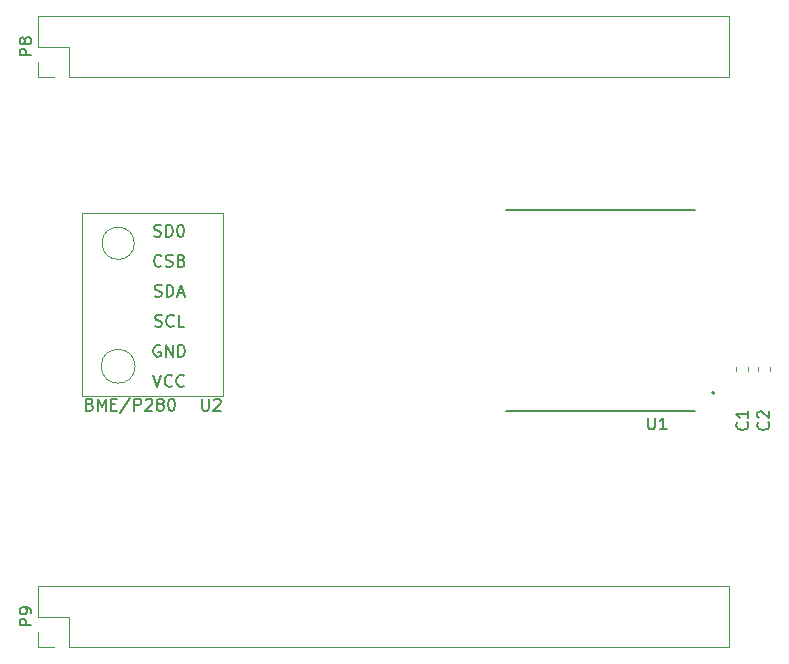
<source format=gbr>
%TF.GenerationSoftware,KiCad,Pcbnew,7.0.9*%
%TF.CreationDate,2024-01-08T18:42:38+01:00*%
%TF.ProjectId,BeaglebonePCBma_yC,42656167-6c65-4626-9f6e-655043426d61,rev?*%
%TF.SameCoordinates,Original*%
%TF.FileFunction,Legend,Top*%
%TF.FilePolarity,Positive*%
%FSLAX46Y46*%
G04 Gerber Fmt 4.6, Leading zero omitted, Abs format (unit mm)*
G04 Created by KiCad (PCBNEW 7.0.9) date 2024-01-08 18:42:38*
%MOMM*%
%LPD*%
G01*
G04 APERTURE LIST*
%ADD10C,0.150000*%
%ADD11C,0.120000*%
%ADD12C,0.127000*%
%ADD13C,0.200000*%
G04 APERTURE END LIST*
D10*
X117809819Y-49303094D02*
X116809819Y-49303094D01*
X116809819Y-49303094D02*
X116809819Y-48922142D01*
X116809819Y-48922142D02*
X116857438Y-48826904D01*
X116857438Y-48826904D02*
X116905057Y-48779285D01*
X116905057Y-48779285D02*
X117000295Y-48731666D01*
X117000295Y-48731666D02*
X117143152Y-48731666D01*
X117143152Y-48731666D02*
X117238390Y-48779285D01*
X117238390Y-48779285D02*
X117286009Y-48826904D01*
X117286009Y-48826904D02*
X117333628Y-48922142D01*
X117333628Y-48922142D02*
X117333628Y-49303094D01*
X117238390Y-48160237D02*
X117190771Y-48255475D01*
X117190771Y-48255475D02*
X117143152Y-48303094D01*
X117143152Y-48303094D02*
X117047914Y-48350713D01*
X117047914Y-48350713D02*
X117000295Y-48350713D01*
X117000295Y-48350713D02*
X116905057Y-48303094D01*
X116905057Y-48303094D02*
X116857438Y-48255475D01*
X116857438Y-48255475D02*
X116809819Y-48160237D01*
X116809819Y-48160237D02*
X116809819Y-47969761D01*
X116809819Y-47969761D02*
X116857438Y-47874523D01*
X116857438Y-47874523D02*
X116905057Y-47826904D01*
X116905057Y-47826904D02*
X117000295Y-47779285D01*
X117000295Y-47779285D02*
X117047914Y-47779285D01*
X117047914Y-47779285D02*
X117143152Y-47826904D01*
X117143152Y-47826904D02*
X117190771Y-47874523D01*
X117190771Y-47874523D02*
X117238390Y-47969761D01*
X117238390Y-47969761D02*
X117238390Y-48160237D01*
X117238390Y-48160237D02*
X117286009Y-48255475D01*
X117286009Y-48255475D02*
X117333628Y-48303094D01*
X117333628Y-48303094D02*
X117428866Y-48350713D01*
X117428866Y-48350713D02*
X117619342Y-48350713D01*
X117619342Y-48350713D02*
X117714580Y-48303094D01*
X117714580Y-48303094D02*
X117762200Y-48255475D01*
X117762200Y-48255475D02*
X117809819Y-48160237D01*
X117809819Y-48160237D02*
X117809819Y-47969761D01*
X117809819Y-47969761D02*
X117762200Y-47874523D01*
X117762200Y-47874523D02*
X117714580Y-47826904D01*
X117714580Y-47826904D02*
X117619342Y-47779285D01*
X117619342Y-47779285D02*
X117428866Y-47779285D01*
X117428866Y-47779285D02*
X117333628Y-47826904D01*
X117333628Y-47826904D02*
X117286009Y-47874523D01*
X117286009Y-47874523D02*
X117238390Y-47969761D01*
X117809819Y-97563094D02*
X116809819Y-97563094D01*
X116809819Y-97563094D02*
X116809819Y-97182142D01*
X116809819Y-97182142D02*
X116857438Y-97086904D01*
X116857438Y-97086904D02*
X116905057Y-97039285D01*
X116905057Y-97039285D02*
X117000295Y-96991666D01*
X117000295Y-96991666D02*
X117143152Y-96991666D01*
X117143152Y-96991666D02*
X117238390Y-97039285D01*
X117238390Y-97039285D02*
X117286009Y-97086904D01*
X117286009Y-97086904D02*
X117333628Y-97182142D01*
X117333628Y-97182142D02*
X117333628Y-97563094D01*
X117809819Y-96515475D02*
X117809819Y-96324999D01*
X117809819Y-96324999D02*
X117762200Y-96229761D01*
X117762200Y-96229761D02*
X117714580Y-96182142D01*
X117714580Y-96182142D02*
X117571723Y-96086904D01*
X117571723Y-96086904D02*
X117381247Y-96039285D01*
X117381247Y-96039285D02*
X117000295Y-96039285D01*
X117000295Y-96039285D02*
X116905057Y-96086904D01*
X116905057Y-96086904D02*
X116857438Y-96134523D01*
X116857438Y-96134523D02*
X116809819Y-96229761D01*
X116809819Y-96229761D02*
X116809819Y-96420237D01*
X116809819Y-96420237D02*
X116857438Y-96515475D01*
X116857438Y-96515475D02*
X116905057Y-96563094D01*
X116905057Y-96563094D02*
X117000295Y-96610713D01*
X117000295Y-96610713D02*
X117238390Y-96610713D01*
X117238390Y-96610713D02*
X117333628Y-96563094D01*
X117333628Y-96563094D02*
X117381247Y-96515475D01*
X117381247Y-96515475D02*
X117428866Y-96420237D01*
X117428866Y-96420237D02*
X117428866Y-96229761D01*
X117428866Y-96229761D02*
X117381247Y-96134523D01*
X117381247Y-96134523D02*
X117333628Y-96086904D01*
X117333628Y-96086904D02*
X117238390Y-96039285D01*
X178404580Y-80366666D02*
X178452200Y-80414285D01*
X178452200Y-80414285D02*
X178499819Y-80557142D01*
X178499819Y-80557142D02*
X178499819Y-80652380D01*
X178499819Y-80652380D02*
X178452200Y-80795237D01*
X178452200Y-80795237D02*
X178356961Y-80890475D01*
X178356961Y-80890475D02*
X178261723Y-80938094D01*
X178261723Y-80938094D02*
X178071247Y-80985713D01*
X178071247Y-80985713D02*
X177928390Y-80985713D01*
X177928390Y-80985713D02*
X177737914Y-80938094D01*
X177737914Y-80938094D02*
X177642676Y-80890475D01*
X177642676Y-80890475D02*
X177547438Y-80795237D01*
X177547438Y-80795237D02*
X177499819Y-80652380D01*
X177499819Y-80652380D02*
X177499819Y-80557142D01*
X177499819Y-80557142D02*
X177547438Y-80414285D01*
X177547438Y-80414285D02*
X177595057Y-80366666D01*
X178499819Y-79414285D02*
X178499819Y-79985713D01*
X178499819Y-79699999D02*
X177499819Y-79699999D01*
X177499819Y-79699999D02*
X177642676Y-79795237D01*
X177642676Y-79795237D02*
X177737914Y-79890475D01*
X177737914Y-79890475D02*
X177785533Y-79985713D01*
X170023095Y-79959819D02*
X170023095Y-80769342D01*
X170023095Y-80769342D02*
X170070714Y-80864580D01*
X170070714Y-80864580D02*
X170118333Y-80912200D01*
X170118333Y-80912200D02*
X170213571Y-80959819D01*
X170213571Y-80959819D02*
X170404047Y-80959819D01*
X170404047Y-80959819D02*
X170499285Y-80912200D01*
X170499285Y-80912200D02*
X170546904Y-80864580D01*
X170546904Y-80864580D02*
X170594523Y-80769342D01*
X170594523Y-80769342D02*
X170594523Y-79959819D01*
X171594523Y-80959819D02*
X171023095Y-80959819D01*
X171308809Y-80959819D02*
X171308809Y-79959819D01*
X171308809Y-79959819D02*
X171213571Y-80102676D01*
X171213571Y-80102676D02*
X171118333Y-80197914D01*
X171118333Y-80197914D02*
X171023095Y-80245533D01*
X180174580Y-80366666D02*
X180222200Y-80414285D01*
X180222200Y-80414285D02*
X180269819Y-80557142D01*
X180269819Y-80557142D02*
X180269819Y-80652380D01*
X180269819Y-80652380D02*
X180222200Y-80795237D01*
X180222200Y-80795237D02*
X180126961Y-80890475D01*
X180126961Y-80890475D02*
X180031723Y-80938094D01*
X180031723Y-80938094D02*
X179841247Y-80985713D01*
X179841247Y-80985713D02*
X179698390Y-80985713D01*
X179698390Y-80985713D02*
X179507914Y-80938094D01*
X179507914Y-80938094D02*
X179412676Y-80890475D01*
X179412676Y-80890475D02*
X179317438Y-80795237D01*
X179317438Y-80795237D02*
X179269819Y-80652380D01*
X179269819Y-80652380D02*
X179269819Y-80557142D01*
X179269819Y-80557142D02*
X179317438Y-80414285D01*
X179317438Y-80414285D02*
X179365057Y-80366666D01*
X179365057Y-79985713D02*
X179317438Y-79938094D01*
X179317438Y-79938094D02*
X179269819Y-79842856D01*
X179269819Y-79842856D02*
X179269819Y-79604761D01*
X179269819Y-79604761D02*
X179317438Y-79509523D01*
X179317438Y-79509523D02*
X179365057Y-79461904D01*
X179365057Y-79461904D02*
X179460295Y-79414285D01*
X179460295Y-79414285D02*
X179555533Y-79414285D01*
X179555533Y-79414285D02*
X179698390Y-79461904D01*
X179698390Y-79461904D02*
X180269819Y-80033332D01*
X180269819Y-80033332D02*
X180269819Y-79414285D01*
X132258095Y-78372819D02*
X132258095Y-79182342D01*
X132258095Y-79182342D02*
X132305714Y-79277580D01*
X132305714Y-79277580D02*
X132353333Y-79325200D01*
X132353333Y-79325200D02*
X132448571Y-79372819D01*
X132448571Y-79372819D02*
X132639047Y-79372819D01*
X132639047Y-79372819D02*
X132734285Y-79325200D01*
X132734285Y-79325200D02*
X132781904Y-79277580D01*
X132781904Y-79277580D02*
X132829523Y-79182342D01*
X132829523Y-79182342D02*
X132829523Y-78372819D01*
X133258095Y-78468057D02*
X133305714Y-78420438D01*
X133305714Y-78420438D02*
X133400952Y-78372819D01*
X133400952Y-78372819D02*
X133639047Y-78372819D01*
X133639047Y-78372819D02*
X133734285Y-78420438D01*
X133734285Y-78420438D02*
X133781904Y-78468057D01*
X133781904Y-78468057D02*
X133829523Y-78563295D01*
X133829523Y-78563295D02*
X133829523Y-78658533D01*
X133829523Y-78658533D02*
X133781904Y-78801390D01*
X133781904Y-78801390D02*
X133210476Y-79372819D01*
X133210476Y-79372819D02*
X133829523Y-79372819D01*
X128702095Y-73848438D02*
X128606857Y-73800819D01*
X128606857Y-73800819D02*
X128464000Y-73800819D01*
X128464000Y-73800819D02*
X128321143Y-73848438D01*
X128321143Y-73848438D02*
X128225905Y-73943676D01*
X128225905Y-73943676D02*
X128178286Y-74038914D01*
X128178286Y-74038914D02*
X128130667Y-74229390D01*
X128130667Y-74229390D02*
X128130667Y-74372247D01*
X128130667Y-74372247D02*
X128178286Y-74562723D01*
X128178286Y-74562723D02*
X128225905Y-74657961D01*
X128225905Y-74657961D02*
X128321143Y-74753200D01*
X128321143Y-74753200D02*
X128464000Y-74800819D01*
X128464000Y-74800819D02*
X128559238Y-74800819D01*
X128559238Y-74800819D02*
X128702095Y-74753200D01*
X128702095Y-74753200D02*
X128749714Y-74705580D01*
X128749714Y-74705580D02*
X128749714Y-74372247D01*
X128749714Y-74372247D02*
X128559238Y-74372247D01*
X129178286Y-74800819D02*
X129178286Y-73800819D01*
X129178286Y-73800819D02*
X129749714Y-74800819D01*
X129749714Y-74800819D02*
X129749714Y-73800819D01*
X130225905Y-74800819D02*
X130225905Y-73800819D01*
X130225905Y-73800819D02*
X130464000Y-73800819D01*
X130464000Y-73800819D02*
X130606857Y-73848438D01*
X130606857Y-73848438D02*
X130702095Y-73943676D01*
X130702095Y-73943676D02*
X130749714Y-74038914D01*
X130749714Y-74038914D02*
X130797333Y-74229390D01*
X130797333Y-74229390D02*
X130797333Y-74372247D01*
X130797333Y-74372247D02*
X130749714Y-74562723D01*
X130749714Y-74562723D02*
X130702095Y-74657961D01*
X130702095Y-74657961D02*
X130606857Y-74753200D01*
X130606857Y-74753200D02*
X130464000Y-74800819D01*
X130464000Y-74800819D02*
X130225905Y-74800819D01*
X128249714Y-69673200D02*
X128392571Y-69720819D01*
X128392571Y-69720819D02*
X128630666Y-69720819D01*
X128630666Y-69720819D02*
X128725904Y-69673200D01*
X128725904Y-69673200D02*
X128773523Y-69625580D01*
X128773523Y-69625580D02*
X128821142Y-69530342D01*
X128821142Y-69530342D02*
X128821142Y-69435104D01*
X128821142Y-69435104D02*
X128773523Y-69339866D01*
X128773523Y-69339866D02*
X128725904Y-69292247D01*
X128725904Y-69292247D02*
X128630666Y-69244628D01*
X128630666Y-69244628D02*
X128440190Y-69197009D01*
X128440190Y-69197009D02*
X128344952Y-69149390D01*
X128344952Y-69149390D02*
X128297333Y-69101771D01*
X128297333Y-69101771D02*
X128249714Y-69006533D01*
X128249714Y-69006533D02*
X128249714Y-68911295D01*
X128249714Y-68911295D02*
X128297333Y-68816057D01*
X128297333Y-68816057D02*
X128344952Y-68768438D01*
X128344952Y-68768438D02*
X128440190Y-68720819D01*
X128440190Y-68720819D02*
X128678285Y-68720819D01*
X128678285Y-68720819D02*
X128821142Y-68768438D01*
X129249714Y-69720819D02*
X129249714Y-68720819D01*
X129249714Y-68720819D02*
X129487809Y-68720819D01*
X129487809Y-68720819D02*
X129630666Y-68768438D01*
X129630666Y-68768438D02*
X129725904Y-68863676D01*
X129725904Y-68863676D02*
X129773523Y-68958914D01*
X129773523Y-68958914D02*
X129821142Y-69149390D01*
X129821142Y-69149390D02*
X129821142Y-69292247D01*
X129821142Y-69292247D02*
X129773523Y-69482723D01*
X129773523Y-69482723D02*
X129725904Y-69577961D01*
X129725904Y-69577961D02*
X129630666Y-69673200D01*
X129630666Y-69673200D02*
X129487809Y-69720819D01*
X129487809Y-69720819D02*
X129249714Y-69720819D01*
X130202095Y-69435104D02*
X130678285Y-69435104D01*
X130106857Y-69720819D02*
X130440190Y-68720819D01*
X130440190Y-68720819D02*
X130773523Y-69720819D01*
X128202095Y-64593200D02*
X128344952Y-64640819D01*
X128344952Y-64640819D02*
X128583047Y-64640819D01*
X128583047Y-64640819D02*
X128678285Y-64593200D01*
X128678285Y-64593200D02*
X128725904Y-64545580D01*
X128725904Y-64545580D02*
X128773523Y-64450342D01*
X128773523Y-64450342D02*
X128773523Y-64355104D01*
X128773523Y-64355104D02*
X128725904Y-64259866D01*
X128725904Y-64259866D02*
X128678285Y-64212247D01*
X128678285Y-64212247D02*
X128583047Y-64164628D01*
X128583047Y-64164628D02*
X128392571Y-64117009D01*
X128392571Y-64117009D02*
X128297333Y-64069390D01*
X128297333Y-64069390D02*
X128249714Y-64021771D01*
X128249714Y-64021771D02*
X128202095Y-63926533D01*
X128202095Y-63926533D02*
X128202095Y-63831295D01*
X128202095Y-63831295D02*
X128249714Y-63736057D01*
X128249714Y-63736057D02*
X128297333Y-63688438D01*
X128297333Y-63688438D02*
X128392571Y-63640819D01*
X128392571Y-63640819D02*
X128630666Y-63640819D01*
X128630666Y-63640819D02*
X128773523Y-63688438D01*
X129202095Y-64640819D02*
X129202095Y-63640819D01*
X129202095Y-63640819D02*
X129440190Y-63640819D01*
X129440190Y-63640819D02*
X129583047Y-63688438D01*
X129583047Y-63688438D02*
X129678285Y-63783676D01*
X129678285Y-63783676D02*
X129725904Y-63878914D01*
X129725904Y-63878914D02*
X129773523Y-64069390D01*
X129773523Y-64069390D02*
X129773523Y-64212247D01*
X129773523Y-64212247D02*
X129725904Y-64402723D01*
X129725904Y-64402723D02*
X129678285Y-64497961D01*
X129678285Y-64497961D02*
X129583047Y-64593200D01*
X129583047Y-64593200D02*
X129440190Y-64640819D01*
X129440190Y-64640819D02*
X129202095Y-64640819D01*
X130392571Y-63640819D02*
X130487809Y-63640819D01*
X130487809Y-63640819D02*
X130583047Y-63688438D01*
X130583047Y-63688438D02*
X130630666Y-63736057D01*
X130630666Y-63736057D02*
X130678285Y-63831295D01*
X130678285Y-63831295D02*
X130725904Y-64021771D01*
X130725904Y-64021771D02*
X130725904Y-64259866D01*
X130725904Y-64259866D02*
X130678285Y-64450342D01*
X130678285Y-64450342D02*
X130630666Y-64545580D01*
X130630666Y-64545580D02*
X130583047Y-64593200D01*
X130583047Y-64593200D02*
X130487809Y-64640819D01*
X130487809Y-64640819D02*
X130392571Y-64640819D01*
X130392571Y-64640819D02*
X130297333Y-64593200D01*
X130297333Y-64593200D02*
X130249714Y-64545580D01*
X130249714Y-64545580D02*
X130202095Y-64450342D01*
X130202095Y-64450342D02*
X130154476Y-64259866D01*
X130154476Y-64259866D02*
X130154476Y-64021771D01*
X130154476Y-64021771D02*
X130202095Y-63831295D01*
X130202095Y-63831295D02*
X130249714Y-63736057D01*
X130249714Y-63736057D02*
X130297333Y-63688438D01*
X130297333Y-63688438D02*
X130392571Y-63640819D01*
X122757238Y-78849009D02*
X122900095Y-78896628D01*
X122900095Y-78896628D02*
X122947714Y-78944247D01*
X122947714Y-78944247D02*
X122995333Y-79039485D01*
X122995333Y-79039485D02*
X122995333Y-79182342D01*
X122995333Y-79182342D02*
X122947714Y-79277580D01*
X122947714Y-79277580D02*
X122900095Y-79325200D01*
X122900095Y-79325200D02*
X122804857Y-79372819D01*
X122804857Y-79372819D02*
X122423905Y-79372819D01*
X122423905Y-79372819D02*
X122423905Y-78372819D01*
X122423905Y-78372819D02*
X122757238Y-78372819D01*
X122757238Y-78372819D02*
X122852476Y-78420438D01*
X122852476Y-78420438D02*
X122900095Y-78468057D01*
X122900095Y-78468057D02*
X122947714Y-78563295D01*
X122947714Y-78563295D02*
X122947714Y-78658533D01*
X122947714Y-78658533D02*
X122900095Y-78753771D01*
X122900095Y-78753771D02*
X122852476Y-78801390D01*
X122852476Y-78801390D02*
X122757238Y-78849009D01*
X122757238Y-78849009D02*
X122423905Y-78849009D01*
X123423905Y-79372819D02*
X123423905Y-78372819D01*
X123423905Y-78372819D02*
X123757238Y-79087104D01*
X123757238Y-79087104D02*
X124090571Y-78372819D01*
X124090571Y-78372819D02*
X124090571Y-79372819D01*
X124566762Y-78849009D02*
X124900095Y-78849009D01*
X125042952Y-79372819D02*
X124566762Y-79372819D01*
X124566762Y-79372819D02*
X124566762Y-78372819D01*
X124566762Y-78372819D02*
X125042952Y-78372819D01*
X126185809Y-78325200D02*
X125328667Y-79610914D01*
X126519143Y-79372819D02*
X126519143Y-78372819D01*
X126519143Y-78372819D02*
X126900095Y-78372819D01*
X126900095Y-78372819D02*
X126995333Y-78420438D01*
X126995333Y-78420438D02*
X127042952Y-78468057D01*
X127042952Y-78468057D02*
X127090571Y-78563295D01*
X127090571Y-78563295D02*
X127090571Y-78706152D01*
X127090571Y-78706152D02*
X127042952Y-78801390D01*
X127042952Y-78801390D02*
X126995333Y-78849009D01*
X126995333Y-78849009D02*
X126900095Y-78896628D01*
X126900095Y-78896628D02*
X126519143Y-78896628D01*
X127471524Y-78468057D02*
X127519143Y-78420438D01*
X127519143Y-78420438D02*
X127614381Y-78372819D01*
X127614381Y-78372819D02*
X127852476Y-78372819D01*
X127852476Y-78372819D02*
X127947714Y-78420438D01*
X127947714Y-78420438D02*
X127995333Y-78468057D01*
X127995333Y-78468057D02*
X128042952Y-78563295D01*
X128042952Y-78563295D02*
X128042952Y-78658533D01*
X128042952Y-78658533D02*
X127995333Y-78801390D01*
X127995333Y-78801390D02*
X127423905Y-79372819D01*
X127423905Y-79372819D02*
X128042952Y-79372819D01*
X128614381Y-78801390D02*
X128519143Y-78753771D01*
X128519143Y-78753771D02*
X128471524Y-78706152D01*
X128471524Y-78706152D02*
X128423905Y-78610914D01*
X128423905Y-78610914D02*
X128423905Y-78563295D01*
X128423905Y-78563295D02*
X128471524Y-78468057D01*
X128471524Y-78468057D02*
X128519143Y-78420438D01*
X128519143Y-78420438D02*
X128614381Y-78372819D01*
X128614381Y-78372819D02*
X128804857Y-78372819D01*
X128804857Y-78372819D02*
X128900095Y-78420438D01*
X128900095Y-78420438D02*
X128947714Y-78468057D01*
X128947714Y-78468057D02*
X128995333Y-78563295D01*
X128995333Y-78563295D02*
X128995333Y-78610914D01*
X128995333Y-78610914D02*
X128947714Y-78706152D01*
X128947714Y-78706152D02*
X128900095Y-78753771D01*
X128900095Y-78753771D02*
X128804857Y-78801390D01*
X128804857Y-78801390D02*
X128614381Y-78801390D01*
X128614381Y-78801390D02*
X128519143Y-78849009D01*
X128519143Y-78849009D02*
X128471524Y-78896628D01*
X128471524Y-78896628D02*
X128423905Y-78991866D01*
X128423905Y-78991866D02*
X128423905Y-79182342D01*
X128423905Y-79182342D02*
X128471524Y-79277580D01*
X128471524Y-79277580D02*
X128519143Y-79325200D01*
X128519143Y-79325200D02*
X128614381Y-79372819D01*
X128614381Y-79372819D02*
X128804857Y-79372819D01*
X128804857Y-79372819D02*
X128900095Y-79325200D01*
X128900095Y-79325200D02*
X128947714Y-79277580D01*
X128947714Y-79277580D02*
X128995333Y-79182342D01*
X128995333Y-79182342D02*
X128995333Y-78991866D01*
X128995333Y-78991866D02*
X128947714Y-78896628D01*
X128947714Y-78896628D02*
X128900095Y-78849009D01*
X128900095Y-78849009D02*
X128804857Y-78801390D01*
X129614381Y-78372819D02*
X129709619Y-78372819D01*
X129709619Y-78372819D02*
X129804857Y-78420438D01*
X129804857Y-78420438D02*
X129852476Y-78468057D01*
X129852476Y-78468057D02*
X129900095Y-78563295D01*
X129900095Y-78563295D02*
X129947714Y-78753771D01*
X129947714Y-78753771D02*
X129947714Y-78991866D01*
X129947714Y-78991866D02*
X129900095Y-79182342D01*
X129900095Y-79182342D02*
X129852476Y-79277580D01*
X129852476Y-79277580D02*
X129804857Y-79325200D01*
X129804857Y-79325200D02*
X129709619Y-79372819D01*
X129709619Y-79372819D02*
X129614381Y-79372819D01*
X129614381Y-79372819D02*
X129519143Y-79325200D01*
X129519143Y-79325200D02*
X129471524Y-79277580D01*
X129471524Y-79277580D02*
X129423905Y-79182342D01*
X129423905Y-79182342D02*
X129376286Y-78991866D01*
X129376286Y-78991866D02*
X129376286Y-78753771D01*
X129376286Y-78753771D02*
X129423905Y-78563295D01*
X129423905Y-78563295D02*
X129471524Y-78468057D01*
X129471524Y-78468057D02*
X129519143Y-78420438D01*
X129519143Y-78420438D02*
X129614381Y-78372819D01*
X128273524Y-72213200D02*
X128416381Y-72260819D01*
X128416381Y-72260819D02*
X128654476Y-72260819D01*
X128654476Y-72260819D02*
X128749714Y-72213200D01*
X128749714Y-72213200D02*
X128797333Y-72165580D01*
X128797333Y-72165580D02*
X128844952Y-72070342D01*
X128844952Y-72070342D02*
X128844952Y-71975104D01*
X128844952Y-71975104D02*
X128797333Y-71879866D01*
X128797333Y-71879866D02*
X128749714Y-71832247D01*
X128749714Y-71832247D02*
X128654476Y-71784628D01*
X128654476Y-71784628D02*
X128464000Y-71737009D01*
X128464000Y-71737009D02*
X128368762Y-71689390D01*
X128368762Y-71689390D02*
X128321143Y-71641771D01*
X128321143Y-71641771D02*
X128273524Y-71546533D01*
X128273524Y-71546533D02*
X128273524Y-71451295D01*
X128273524Y-71451295D02*
X128321143Y-71356057D01*
X128321143Y-71356057D02*
X128368762Y-71308438D01*
X128368762Y-71308438D02*
X128464000Y-71260819D01*
X128464000Y-71260819D02*
X128702095Y-71260819D01*
X128702095Y-71260819D02*
X128844952Y-71308438D01*
X129844952Y-72165580D02*
X129797333Y-72213200D01*
X129797333Y-72213200D02*
X129654476Y-72260819D01*
X129654476Y-72260819D02*
X129559238Y-72260819D01*
X129559238Y-72260819D02*
X129416381Y-72213200D01*
X129416381Y-72213200D02*
X129321143Y-72117961D01*
X129321143Y-72117961D02*
X129273524Y-72022723D01*
X129273524Y-72022723D02*
X129225905Y-71832247D01*
X129225905Y-71832247D02*
X129225905Y-71689390D01*
X129225905Y-71689390D02*
X129273524Y-71498914D01*
X129273524Y-71498914D02*
X129321143Y-71403676D01*
X129321143Y-71403676D02*
X129416381Y-71308438D01*
X129416381Y-71308438D02*
X129559238Y-71260819D01*
X129559238Y-71260819D02*
X129654476Y-71260819D01*
X129654476Y-71260819D02*
X129797333Y-71308438D01*
X129797333Y-71308438D02*
X129844952Y-71356057D01*
X130749714Y-72260819D02*
X130273524Y-72260819D01*
X130273524Y-72260819D02*
X130273524Y-71260819D01*
X128130667Y-76340819D02*
X128464000Y-77340819D01*
X128464000Y-77340819D02*
X128797333Y-76340819D01*
X129702095Y-77245580D02*
X129654476Y-77293200D01*
X129654476Y-77293200D02*
X129511619Y-77340819D01*
X129511619Y-77340819D02*
X129416381Y-77340819D01*
X129416381Y-77340819D02*
X129273524Y-77293200D01*
X129273524Y-77293200D02*
X129178286Y-77197961D01*
X129178286Y-77197961D02*
X129130667Y-77102723D01*
X129130667Y-77102723D02*
X129083048Y-76912247D01*
X129083048Y-76912247D02*
X129083048Y-76769390D01*
X129083048Y-76769390D02*
X129130667Y-76578914D01*
X129130667Y-76578914D02*
X129178286Y-76483676D01*
X129178286Y-76483676D02*
X129273524Y-76388438D01*
X129273524Y-76388438D02*
X129416381Y-76340819D01*
X129416381Y-76340819D02*
X129511619Y-76340819D01*
X129511619Y-76340819D02*
X129654476Y-76388438D01*
X129654476Y-76388438D02*
X129702095Y-76436057D01*
X130702095Y-77245580D02*
X130654476Y-77293200D01*
X130654476Y-77293200D02*
X130511619Y-77340819D01*
X130511619Y-77340819D02*
X130416381Y-77340819D01*
X130416381Y-77340819D02*
X130273524Y-77293200D01*
X130273524Y-77293200D02*
X130178286Y-77197961D01*
X130178286Y-77197961D02*
X130130667Y-77102723D01*
X130130667Y-77102723D02*
X130083048Y-76912247D01*
X130083048Y-76912247D02*
X130083048Y-76769390D01*
X130083048Y-76769390D02*
X130130667Y-76578914D01*
X130130667Y-76578914D02*
X130178286Y-76483676D01*
X130178286Y-76483676D02*
X130273524Y-76388438D01*
X130273524Y-76388438D02*
X130416381Y-76340819D01*
X130416381Y-76340819D02*
X130511619Y-76340819D01*
X130511619Y-76340819D02*
X130654476Y-76388438D01*
X130654476Y-76388438D02*
X130702095Y-76436057D01*
X128797333Y-67085580D02*
X128749714Y-67133200D01*
X128749714Y-67133200D02*
X128606857Y-67180819D01*
X128606857Y-67180819D02*
X128511619Y-67180819D01*
X128511619Y-67180819D02*
X128368762Y-67133200D01*
X128368762Y-67133200D02*
X128273524Y-67037961D01*
X128273524Y-67037961D02*
X128225905Y-66942723D01*
X128225905Y-66942723D02*
X128178286Y-66752247D01*
X128178286Y-66752247D02*
X128178286Y-66609390D01*
X128178286Y-66609390D02*
X128225905Y-66418914D01*
X128225905Y-66418914D02*
X128273524Y-66323676D01*
X128273524Y-66323676D02*
X128368762Y-66228438D01*
X128368762Y-66228438D02*
X128511619Y-66180819D01*
X128511619Y-66180819D02*
X128606857Y-66180819D01*
X128606857Y-66180819D02*
X128749714Y-66228438D01*
X128749714Y-66228438D02*
X128797333Y-66276057D01*
X129178286Y-67133200D02*
X129321143Y-67180819D01*
X129321143Y-67180819D02*
X129559238Y-67180819D01*
X129559238Y-67180819D02*
X129654476Y-67133200D01*
X129654476Y-67133200D02*
X129702095Y-67085580D01*
X129702095Y-67085580D02*
X129749714Y-66990342D01*
X129749714Y-66990342D02*
X129749714Y-66895104D01*
X129749714Y-66895104D02*
X129702095Y-66799866D01*
X129702095Y-66799866D02*
X129654476Y-66752247D01*
X129654476Y-66752247D02*
X129559238Y-66704628D01*
X129559238Y-66704628D02*
X129368762Y-66657009D01*
X129368762Y-66657009D02*
X129273524Y-66609390D01*
X129273524Y-66609390D02*
X129225905Y-66561771D01*
X129225905Y-66561771D02*
X129178286Y-66466533D01*
X129178286Y-66466533D02*
X129178286Y-66371295D01*
X129178286Y-66371295D02*
X129225905Y-66276057D01*
X129225905Y-66276057D02*
X129273524Y-66228438D01*
X129273524Y-66228438D02*
X129368762Y-66180819D01*
X129368762Y-66180819D02*
X129606857Y-66180819D01*
X129606857Y-66180819D02*
X129749714Y-66228438D01*
X130511619Y-66657009D02*
X130654476Y-66704628D01*
X130654476Y-66704628D02*
X130702095Y-66752247D01*
X130702095Y-66752247D02*
X130749714Y-66847485D01*
X130749714Y-66847485D02*
X130749714Y-66990342D01*
X130749714Y-66990342D02*
X130702095Y-67085580D01*
X130702095Y-67085580D02*
X130654476Y-67133200D01*
X130654476Y-67133200D02*
X130559238Y-67180819D01*
X130559238Y-67180819D02*
X130178286Y-67180819D01*
X130178286Y-67180819D02*
X130178286Y-66180819D01*
X130178286Y-66180819D02*
X130511619Y-66180819D01*
X130511619Y-66180819D02*
X130606857Y-66228438D01*
X130606857Y-66228438D02*
X130654476Y-66276057D01*
X130654476Y-66276057D02*
X130702095Y-66371295D01*
X130702095Y-66371295D02*
X130702095Y-66466533D01*
X130702095Y-66466533D02*
X130654476Y-66561771D01*
X130654476Y-66561771D02*
X130606857Y-66609390D01*
X130606857Y-66609390D02*
X130511619Y-66657009D01*
X130511619Y-66657009D02*
X130178286Y-66657009D01*
D11*
%TO.C,P8*%
X118355000Y-51165000D02*
X118355000Y-49835000D01*
X119685000Y-51165000D02*
X118355000Y-51165000D01*
X120955000Y-51165000D02*
X176895000Y-51165000D01*
X120955000Y-51165000D02*
X120955000Y-48565000D01*
X176895000Y-51165000D02*
X176895000Y-45965000D01*
X118355000Y-48565000D02*
X118355000Y-45965000D01*
X120955000Y-48565000D02*
X118355000Y-48565000D01*
X118355000Y-45965000D02*
X176895000Y-45965000D01*
%TO.C,P9*%
X118355000Y-99425000D02*
X118355000Y-98095000D01*
X119685000Y-99425000D02*
X118355000Y-99425000D01*
X120955000Y-99425000D02*
X176895000Y-99425000D01*
X120955000Y-99425000D02*
X120955000Y-96825000D01*
X176895000Y-99425000D02*
X176895000Y-94225000D01*
X118355000Y-96825000D02*
X118355000Y-94225000D01*
X120955000Y-96825000D02*
X118355000Y-96825000D01*
X118355000Y-94225000D02*
X176895000Y-94225000D01*
%TO.C,C1*%
X178510000Y-75709420D02*
X178510000Y-75990580D01*
X177490000Y-75709420D02*
X177490000Y-75990580D01*
D12*
%TO.C,U1*%
X173960000Y-79370000D02*
X157960000Y-79370000D01*
X173960000Y-62370000D02*
X157960000Y-62370000D01*
D13*
X175636000Y-77870000D02*
G75*
G03*
X175636000Y-77870000I-100000J0D01*
G01*
D11*
%TO.C,C2*%
X180310000Y-75709420D02*
X180310000Y-75990580D01*
X179290000Y-75709420D02*
X179290000Y-75990580D01*
%TO.C,U2*%
X134036000Y-78156000D02*
X134036000Y-62662000D01*
X134036000Y-62662000D02*
X122098000Y-62662000D01*
X122098000Y-78156000D02*
X134036000Y-78156000D01*
X122098000Y-62662000D02*
X122098000Y-78156000D01*
X126582841Y-75616000D02*
G75*
G03*
X126582841Y-75616000I-1436841J0D01*
G01*
X126513832Y-65202000D02*
G75*
G03*
X126513832Y-65202000I-1367832J0D01*
G01*
%TD*%
M02*

</source>
